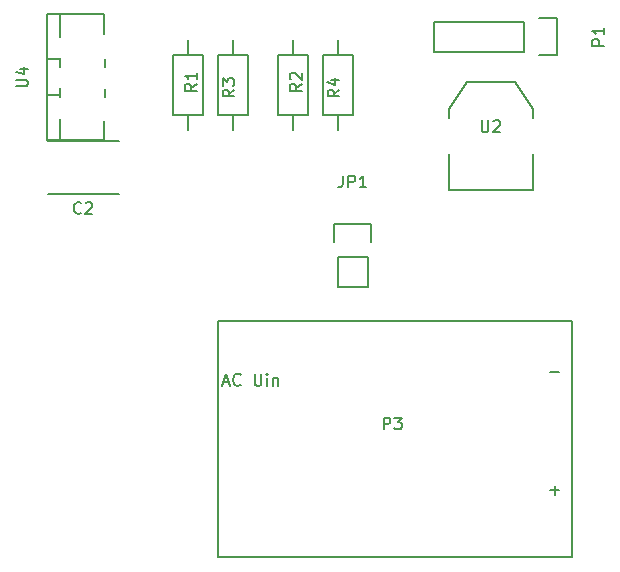
<source format=gto>
G04 #@! TF.FileFunction,Legend,Top*
%FSLAX46Y46*%
G04 Gerber Fmt 4.6, Leading zero omitted, Abs format (unit mm)*
G04 Created by KiCad (PCBNEW (2015-10-22 BZR 6274, Git d63c017)-product) date 25.10.2015 14:05:11*
%MOMM*%
G01*
G04 APERTURE LIST*
%ADD10C,0.150000*%
G04 APERTURE END LIST*
D10*
X174490000Y-134965000D02*
X168490000Y-134965000D01*
X168490000Y-130465000D02*
X174490000Y-130465000D01*
X208788000Y-120396000D02*
X201168000Y-120396000D01*
X208788000Y-122936000D02*
X201168000Y-122936000D01*
X211608000Y-123216000D02*
X210058000Y-123216000D01*
X201168000Y-120396000D02*
X201168000Y-122936000D01*
X208788000Y-122936000D02*
X208788000Y-120396000D01*
X210058000Y-120116000D02*
X211608000Y-120116000D01*
X211608000Y-120116000D02*
X211608000Y-123216000D01*
X169545000Y-119761000D02*
X169545000Y-121666000D01*
X169545000Y-124206000D02*
X169545000Y-123444000D01*
X169545000Y-126619000D02*
X169545000Y-126746000D01*
X169545000Y-126619000D02*
X169545000Y-125984000D01*
X169545000Y-130429000D02*
X169545000Y-128651000D01*
X173228000Y-130429000D02*
X173228000Y-128778000D01*
X173355000Y-126111000D02*
X173355000Y-126746000D01*
X173355000Y-123571000D02*
X173355000Y-124206000D01*
X173228000Y-119761000D02*
X173228000Y-121412000D01*
X168402000Y-126619000D02*
X169545000Y-126619000D01*
X168402000Y-123571000D02*
X169545000Y-123571000D01*
X169545000Y-119761000D02*
X173228000Y-119761000D01*
X173228000Y-130429000D02*
X169545000Y-130429000D01*
X168402000Y-119761000D02*
X169545000Y-119761000D01*
X169545000Y-130429000D02*
X168402000Y-130429000D01*
X168402000Y-125095000D02*
X168402000Y-130429000D01*
X168402000Y-125095000D02*
X168402000Y-119761000D01*
X182880000Y-128270000D02*
X182880000Y-123190000D01*
X182880000Y-123190000D02*
X185420000Y-123190000D01*
X185420000Y-123190000D02*
X185420000Y-128270000D01*
X185420000Y-128270000D02*
X182880000Y-128270000D01*
X184150000Y-128270000D02*
X184150000Y-129540000D01*
X184150000Y-123190000D02*
X184150000Y-121920000D01*
X191770000Y-128270000D02*
X191770000Y-123190000D01*
X191770000Y-123190000D02*
X194310000Y-123190000D01*
X194310000Y-123190000D02*
X194310000Y-128270000D01*
X194310000Y-128270000D02*
X191770000Y-128270000D01*
X193040000Y-128270000D02*
X193040000Y-129540000D01*
X193040000Y-123190000D02*
X193040000Y-121920000D01*
X181610000Y-123190000D02*
X181610000Y-128270000D01*
X181610000Y-128270000D02*
X179070000Y-128270000D01*
X179070000Y-128270000D02*
X179070000Y-123190000D01*
X179070000Y-123190000D02*
X181610000Y-123190000D01*
X180340000Y-123190000D02*
X180340000Y-121920000D01*
X180340000Y-128270000D02*
X180340000Y-129540000D01*
X190500000Y-123190000D02*
X190500000Y-128270000D01*
X190500000Y-128270000D02*
X187960000Y-128270000D01*
X187960000Y-128270000D02*
X187960000Y-123190000D01*
X187960000Y-123190000D02*
X190500000Y-123190000D01*
X189230000Y-123190000D02*
X189230000Y-121920000D01*
X189230000Y-128270000D02*
X189230000Y-129540000D01*
X202438000Y-131572000D02*
X202438000Y-134620000D01*
X202438000Y-134620000D02*
X209550000Y-134620000D01*
X209550000Y-134620000D02*
X209550000Y-131572000D01*
X202438000Y-128524000D02*
X202438000Y-127762000D01*
X202438000Y-127762000D02*
X203962000Y-125476000D01*
X203962000Y-125476000D02*
X208026000Y-125476000D01*
X208026000Y-125476000D02*
X209550000Y-127762000D01*
X209550000Y-127762000D02*
X209550000Y-128524000D01*
X195580000Y-140335000D02*
X195580000Y-142875000D01*
X195860000Y-137515000D02*
X195860000Y-139065000D01*
X195580000Y-140335000D02*
X193040000Y-140335000D01*
X192760000Y-139065000D02*
X192760000Y-137515000D01*
X192760000Y-137515000D02*
X195860000Y-137515000D01*
X193040000Y-140335000D02*
X193040000Y-142875000D01*
X193040000Y-142875000D02*
X195580000Y-142875000D01*
X182880000Y-165750000D02*
X182880000Y-145750300D01*
X182880000Y-145750300D02*
X212848200Y-145750300D01*
X212848200Y-145750300D02*
X212848200Y-165750000D01*
X212848200Y-165749700D02*
X182880000Y-165749700D01*
X171323334Y-136572143D02*
X171275715Y-136619762D01*
X171132858Y-136667381D01*
X171037620Y-136667381D01*
X170894762Y-136619762D01*
X170799524Y-136524524D01*
X170751905Y-136429286D01*
X170704286Y-136238810D01*
X170704286Y-136095952D01*
X170751905Y-135905476D01*
X170799524Y-135810238D01*
X170894762Y-135715000D01*
X171037620Y-135667381D01*
X171132858Y-135667381D01*
X171275715Y-135715000D01*
X171323334Y-135762619D01*
X171704286Y-135762619D02*
X171751905Y-135715000D01*
X171847143Y-135667381D01*
X172085239Y-135667381D01*
X172180477Y-135715000D01*
X172228096Y-135762619D01*
X172275715Y-135857857D01*
X172275715Y-135953095D01*
X172228096Y-136095952D01*
X171656667Y-136667381D01*
X172275715Y-136667381D01*
X215610381Y-122404095D02*
X214610381Y-122404095D01*
X214610381Y-122023142D01*
X214658000Y-121927904D01*
X214705619Y-121880285D01*
X214800857Y-121832666D01*
X214943714Y-121832666D01*
X215038952Y-121880285D01*
X215086571Y-121927904D01*
X215134190Y-122023142D01*
X215134190Y-122404095D01*
X215610381Y-120880285D02*
X215610381Y-121451714D01*
X215610381Y-121166000D02*
X214610381Y-121166000D01*
X214753238Y-121261238D01*
X214848476Y-121356476D01*
X214896095Y-121451714D01*
X165822381Y-125856905D02*
X166631905Y-125856905D01*
X166727143Y-125809286D01*
X166774762Y-125761667D01*
X166822381Y-125666429D01*
X166822381Y-125475952D01*
X166774762Y-125380714D01*
X166727143Y-125333095D01*
X166631905Y-125285476D01*
X165822381Y-125285476D01*
X166155714Y-124380714D02*
X166822381Y-124380714D01*
X165774762Y-124618810D02*
X166489048Y-124856905D01*
X166489048Y-124237857D01*
X181102261Y-125647746D02*
X180626070Y-125981080D01*
X181102261Y-126219175D02*
X180102261Y-126219175D01*
X180102261Y-125838222D01*
X180149880Y-125742984D01*
X180197499Y-125695365D01*
X180292737Y-125647746D01*
X180435594Y-125647746D01*
X180530832Y-125695365D01*
X180578451Y-125742984D01*
X180626070Y-125838222D01*
X180626070Y-126219175D01*
X181102261Y-124695365D02*
X181102261Y-125266794D01*
X181102261Y-124981080D02*
X180102261Y-124981080D01*
X180245118Y-125076318D01*
X180340356Y-125171556D01*
X180387975Y-125266794D01*
X189992261Y-125647746D02*
X189516070Y-125981080D01*
X189992261Y-126219175D02*
X188992261Y-126219175D01*
X188992261Y-125838222D01*
X189039880Y-125742984D01*
X189087499Y-125695365D01*
X189182737Y-125647746D01*
X189325594Y-125647746D01*
X189420832Y-125695365D01*
X189468451Y-125742984D01*
X189516070Y-125838222D01*
X189516070Y-126219175D01*
X189087499Y-125266794D02*
X189039880Y-125219175D01*
X188992261Y-125123937D01*
X188992261Y-124885841D01*
X189039880Y-124790603D01*
X189087499Y-124742984D01*
X189182737Y-124695365D01*
X189277975Y-124695365D01*
X189420832Y-124742984D01*
X189992261Y-125314413D01*
X189992261Y-124695365D01*
X184292501Y-126145586D02*
X183816310Y-126478920D01*
X184292501Y-126717015D02*
X183292501Y-126717015D01*
X183292501Y-126336062D01*
X183340120Y-126240824D01*
X183387739Y-126193205D01*
X183482977Y-126145586D01*
X183625834Y-126145586D01*
X183721072Y-126193205D01*
X183768691Y-126240824D01*
X183816310Y-126336062D01*
X183816310Y-126717015D01*
X183292501Y-125812253D02*
X183292501Y-125193205D01*
X183673453Y-125526539D01*
X183673453Y-125383681D01*
X183721072Y-125288443D01*
X183768691Y-125240824D01*
X183863930Y-125193205D01*
X184102025Y-125193205D01*
X184197263Y-125240824D01*
X184244882Y-125288443D01*
X184292501Y-125383681D01*
X184292501Y-125669396D01*
X184244882Y-125764634D01*
X184197263Y-125812253D01*
X193182501Y-126145586D02*
X192706310Y-126478920D01*
X193182501Y-126717015D02*
X192182501Y-126717015D01*
X192182501Y-126336062D01*
X192230120Y-126240824D01*
X192277739Y-126193205D01*
X192372977Y-126145586D01*
X192515834Y-126145586D01*
X192611072Y-126193205D01*
X192658691Y-126240824D01*
X192706310Y-126336062D01*
X192706310Y-126717015D01*
X192515834Y-125288443D02*
X193182501Y-125288443D01*
X192134882Y-125526539D02*
X192849168Y-125764634D01*
X192849168Y-125145586D01*
X205232095Y-128738381D02*
X205232095Y-129547905D01*
X205279714Y-129643143D01*
X205327333Y-129690762D01*
X205422571Y-129738381D01*
X205613048Y-129738381D01*
X205708286Y-129690762D01*
X205755905Y-129643143D01*
X205803524Y-129547905D01*
X205803524Y-128738381D01*
X206232095Y-128833619D02*
X206279714Y-128786000D01*
X206374952Y-128738381D01*
X206613048Y-128738381D01*
X206708286Y-128786000D01*
X206755905Y-128833619D01*
X206803524Y-128928857D01*
X206803524Y-129024095D01*
X206755905Y-129166952D01*
X206184476Y-129738381D01*
X206803524Y-129738381D01*
X193476667Y-133417381D02*
X193476667Y-134131667D01*
X193429047Y-134274524D01*
X193333809Y-134369762D01*
X193190952Y-134417381D01*
X193095714Y-134417381D01*
X193952857Y-134417381D02*
X193952857Y-133417381D01*
X194333810Y-133417381D01*
X194429048Y-133465000D01*
X194476667Y-133512619D01*
X194524286Y-133607857D01*
X194524286Y-133750714D01*
X194476667Y-133845952D01*
X194429048Y-133893571D01*
X194333810Y-133941190D01*
X193952857Y-133941190D01*
X195476667Y-134417381D02*
X194905238Y-134417381D01*
X195190952Y-134417381D02*
X195190952Y-133417381D01*
X195095714Y-133560238D01*
X195000476Y-133655476D01*
X194905238Y-133703095D01*
X196931905Y-154902381D02*
X196931905Y-153902381D01*
X197312858Y-153902381D01*
X197408096Y-153950000D01*
X197455715Y-153997619D01*
X197503334Y-154092857D01*
X197503334Y-154235714D01*
X197455715Y-154330952D01*
X197408096Y-154378571D01*
X197312858Y-154426190D01*
X196931905Y-154426190D01*
X197836667Y-153902381D02*
X198455715Y-153902381D01*
X198122381Y-154283333D01*
X198265239Y-154283333D01*
X198360477Y-154330952D01*
X198408096Y-154378571D01*
X198455715Y-154473810D01*
X198455715Y-154711905D01*
X198408096Y-154807143D01*
X198360477Y-154854762D01*
X198265239Y-154902381D01*
X197979524Y-154902381D01*
X197884286Y-154854762D01*
X197836667Y-154807143D01*
X183336667Y-150916667D02*
X183812858Y-150916667D01*
X183241429Y-151202381D02*
X183574762Y-150202381D01*
X183908096Y-151202381D01*
X184812858Y-151107143D02*
X184765239Y-151154762D01*
X184622382Y-151202381D01*
X184527144Y-151202381D01*
X184384286Y-151154762D01*
X184289048Y-151059524D01*
X184241429Y-150964286D01*
X184193810Y-150773810D01*
X184193810Y-150630952D01*
X184241429Y-150440476D01*
X184289048Y-150345238D01*
X184384286Y-150250000D01*
X184527144Y-150202381D01*
X184622382Y-150202381D01*
X184765239Y-150250000D01*
X184812858Y-150297619D01*
X186003334Y-150202381D02*
X186003334Y-151011905D01*
X186050953Y-151107143D01*
X186098572Y-151154762D01*
X186193810Y-151202381D01*
X186384287Y-151202381D01*
X186479525Y-151154762D01*
X186527144Y-151107143D01*
X186574763Y-151011905D01*
X186574763Y-150202381D01*
X187050953Y-151202381D02*
X187050953Y-150535714D01*
X187050953Y-150202381D02*
X187003334Y-150250000D01*
X187050953Y-150297619D01*
X187098572Y-150250000D01*
X187050953Y-150202381D01*
X187050953Y-150297619D01*
X187527143Y-150535714D02*
X187527143Y-151202381D01*
X187527143Y-150630952D02*
X187574762Y-150583333D01*
X187670000Y-150535714D01*
X187812858Y-150535714D01*
X187908096Y-150583333D01*
X187955715Y-150678571D01*
X187955715Y-151202381D01*
X211039048Y-150071429D02*
X211800953Y-150071429D01*
X211039048Y-160071429D02*
X211800953Y-160071429D01*
X211420001Y-160452381D02*
X211420001Y-159690476D01*
M02*

</source>
